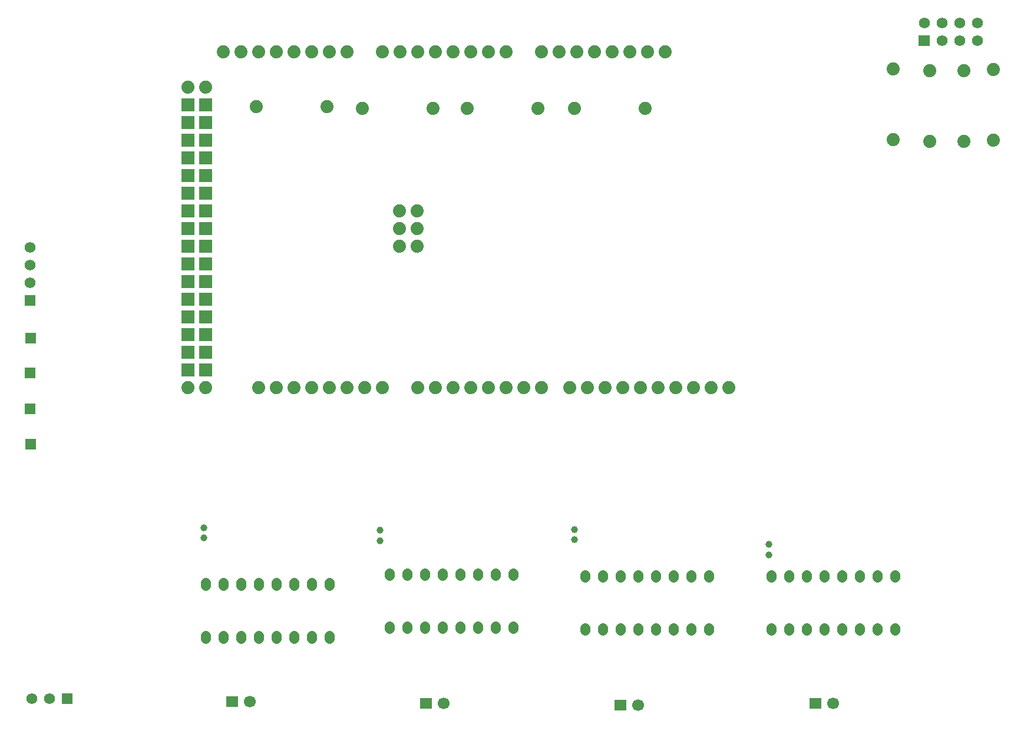
<source format=gbl>
G04 Layer: BottomLayer*
G04 EasyEDA v6.5.1, 2022-05-03 13:15:28*
G04 Gerber Generator version 0.2*
G04 Scale: 100 percent, Rotated: No, Reflected: No *
G04 Dimensions in millimeters *
G04 leading zeros omitted , absolute positions ,4 integer and 5 decimal *
%FSLAX45Y45*%
%MOMM*%

%ADD15C,1.8796*%
%ADD16R,1.8796X1.8796*%
%ADD17C,1.0000*%
%ADD18R,1.5748X1.5748*%
%ADD19C,1.5748*%
%ADD21C,1.7000*%
%ADD22C,1.4600*%

%LPD*%
D15*
G01*
X6464300Y7531100D03*
G01*
X6210300Y7531100D03*
G01*
X5956300Y7531100D03*
G01*
X5702300Y7531100D03*
G01*
X5448300Y7531100D03*
G01*
X5194300Y7531100D03*
G01*
X4940300Y7531100D03*
G01*
X6718300Y7531100D03*
G01*
X6972300Y2705100D03*
G01*
X6718300Y2705100D03*
G01*
X6464300Y2705100D03*
G01*
X6210300Y2705100D03*
G01*
X5956300Y2705100D03*
G01*
X5702300Y2705100D03*
G01*
X5448300Y2705100D03*
G01*
X7226300Y2705100D03*
G01*
X8750300Y7531100D03*
G01*
X8496300Y7531100D03*
G01*
X8242300Y7531100D03*
G01*
X7988300Y7531100D03*
G01*
X7734300Y7531100D03*
G01*
X7480300Y7531100D03*
G01*
X7226300Y7531100D03*
G01*
X9004300Y7531100D03*
G01*
X9258300Y2705100D03*
G01*
X9004300Y2705100D03*
G01*
X8750300Y2705100D03*
G01*
X8496300Y2705100D03*
G01*
X8242300Y2705100D03*
G01*
X7988300Y2705100D03*
G01*
X7734300Y2705100D03*
G01*
X9512300Y2705100D03*
G01*
X11442700Y2705100D03*
G01*
X11188700Y2705100D03*
G01*
X10934700Y2705100D03*
G01*
X10680700Y2705100D03*
G01*
X10426700Y2705100D03*
G01*
X10172700Y2705100D03*
G01*
X9918700Y2705100D03*
G01*
X11696700Y2705100D03*
D16*
G01*
X4432300Y4737100D03*
G01*
X4686300Y4737100D03*
G01*
X4432300Y4483100D03*
G01*
X4686300Y4483100D03*
G01*
X4432300Y4229100D03*
G01*
X4686300Y4229100D03*
G01*
X4432300Y3975100D03*
G01*
X4686300Y3975100D03*
G01*
X4432300Y3721100D03*
G01*
X4686300Y3721100D03*
G01*
X4432300Y3467100D03*
G01*
X4686300Y3467100D03*
G01*
X4432300Y3213100D03*
G01*
X4686300Y3213100D03*
G01*
X4432300Y2959100D03*
G01*
X4686300Y2959100D03*
G01*
X4432300Y6769100D03*
G01*
X4686300Y6769100D03*
G01*
X4432300Y6515100D03*
G01*
X4686300Y6515100D03*
G01*
X4432300Y6261100D03*
G01*
X4686300Y6261100D03*
G01*
X4432300Y6007100D03*
G01*
X4686300Y6007100D03*
G01*
X4432300Y5753100D03*
G01*
X4686300Y5753100D03*
G01*
X4432300Y5499100D03*
G01*
X4686300Y5499100D03*
G01*
X4432300Y5245100D03*
G01*
X4686300Y5245100D03*
G01*
X4432300Y4991100D03*
G01*
X4686300Y4991100D03*
D15*
G01*
X4686300Y7023100D03*
G01*
X4432300Y7023100D03*
G01*
X4686300Y2705100D03*
G01*
X4432300Y2705100D03*
G01*
X10782300Y7531100D03*
G01*
X10528300Y7531100D03*
G01*
X10274300Y7531100D03*
G01*
X10020300Y7531100D03*
G01*
X9766300Y7531100D03*
G01*
X9512300Y7531100D03*
G01*
X11950700Y2705100D03*
G01*
X12204700Y2705100D03*
G01*
X11290300Y7531100D03*
G01*
X11036300Y7531100D03*
G01*
X7721600Y4737100D03*
G01*
X7467600Y4737100D03*
G01*
X7721600Y4991100D03*
G01*
X7467600Y4991100D03*
G01*
X7721600Y5245100D03*
G01*
X7467600Y5245100D03*
D17*
G01*
X9982200Y671956D03*
G01*
X9982200Y521843D03*
G01*
X7188200Y659256D03*
G01*
X7188200Y509143D03*
G01*
X4660900Y697356D03*
G01*
X4660900Y547243D03*
G01*
X12776200Y456056D03*
G01*
X12776200Y305943D03*
D18*
G01*
X2159000Y3962400D03*
D19*
G01*
X2159000Y4216400D03*
G01*
X2159000Y4470400D03*
G01*
X2159000Y4724400D03*
G36*
X13364301Y-1750060D02*
G01*
X13534301Y-1750060D01*
X13534301Y-1907539D01*
X13364301Y-1907539D01*
G37*
D21*
G01*
X13703300Y-1828800D03*
G36*
X10557601Y-1775460D02*
G01*
X10727601Y-1775460D01*
X10727601Y-1932939D01*
X10557601Y-1932939D01*
G37*
G01*
X10896600Y-1854200D03*
G36*
X4982301Y-1724660D02*
G01*
X5152301Y-1724660D01*
X5152301Y-1882139D01*
X4982301Y-1882139D01*
G37*
G01*
X5321300Y-1803400D03*
G36*
X7763601Y-1750060D02*
G01*
X7933601Y-1750060D01*
X7933601Y-1907539D01*
X7763601Y-1907539D01*
G37*
G01*
X8102600Y-1828800D03*
D18*
G01*
X2171700Y1892300D03*
G01*
X2159000Y2400300D03*
G01*
X2159000Y2921000D03*
G01*
X2171700Y3416300D03*
G36*
X14932659Y7774939D02*
G01*
X15090140Y7774939D01*
X15090140Y7617460D01*
X14932659Y7617460D01*
G37*
D19*
G01*
X15011400Y7950200D03*
G01*
X15265400Y7696200D03*
G01*
X15265400Y7950200D03*
G01*
X15519400Y7696200D03*
G01*
X15519400Y7950200D03*
G01*
X15773400Y7696200D03*
G01*
X15773400Y7950200D03*
G01*
X2184400Y-1765300D03*
G01*
X2438400Y-1765300D03*
D18*
G01*
X2692400Y-1765300D03*
D15*
G01*
X9982200Y6718300D03*
G01*
X10998200Y6718300D03*
G01*
X8445500Y6718300D03*
G01*
X9461500Y6718300D03*
G01*
X6934200Y6718300D03*
G01*
X7950200Y6718300D03*
G01*
X5410200Y6743700D03*
G01*
X6426200Y6743700D03*
G01*
X16002000Y6261100D03*
G01*
X16002000Y7277100D03*
G01*
X15582900Y6248400D03*
G01*
X15582900Y7264400D03*
G01*
X15087600Y6248400D03*
G01*
X15087600Y7264400D03*
G01*
X14566900Y6273800D03*
G01*
X14566900Y7289800D03*
D22*
X14592300Y-18249D02*
G01*
X14592300Y18249D01*
X14338300Y-18249D02*
G01*
X14338300Y18249D01*
X14084300Y-18249D02*
G01*
X14084300Y18249D01*
X13830300Y-18249D02*
G01*
X13830300Y18249D01*
X13576300Y-18249D02*
G01*
X13576300Y18249D01*
X13322300Y-18249D02*
G01*
X13322300Y18249D01*
X13068300Y-18249D02*
G01*
X13068300Y18249D01*
X12814300Y-18249D02*
G01*
X12814300Y18249D01*
X14592300Y-780249D02*
G01*
X14592300Y-743750D01*
X14338300Y-780249D02*
G01*
X14338300Y-743750D01*
X14084300Y-780249D02*
G01*
X14084300Y-743750D01*
X13830300Y-780249D02*
G01*
X13830300Y-743750D01*
X13576300Y-780249D02*
G01*
X13576300Y-743750D01*
X13322300Y-780249D02*
G01*
X13322300Y-743750D01*
X13068300Y-780249D02*
G01*
X13068300Y-743750D01*
X12814300Y-780249D02*
G01*
X12814300Y-743750D01*
X11912600Y-18249D02*
G01*
X11912600Y18249D01*
X11658600Y-18249D02*
G01*
X11658600Y18249D01*
X11404600Y-18249D02*
G01*
X11404600Y18249D01*
X11150600Y-18249D02*
G01*
X11150600Y18249D01*
X10896600Y-18249D02*
G01*
X10896600Y18249D01*
X10642600Y-18249D02*
G01*
X10642600Y18249D01*
X10388600Y-18249D02*
G01*
X10388600Y18249D01*
X10134600Y-18249D02*
G01*
X10134600Y18249D01*
X11912600Y-780249D02*
G01*
X11912600Y-743750D01*
X11658600Y-780249D02*
G01*
X11658600Y-743750D01*
X11404600Y-780249D02*
G01*
X11404600Y-743750D01*
X11150600Y-780249D02*
G01*
X11150600Y-743750D01*
X10896600Y-780249D02*
G01*
X10896600Y-743750D01*
X10642600Y-780249D02*
G01*
X10642600Y-743750D01*
X10388600Y-780249D02*
G01*
X10388600Y-743750D01*
X10134600Y-780249D02*
G01*
X10134600Y-743750D01*
X6464300Y-132549D02*
G01*
X6464300Y-96050D01*
X6210300Y-132549D02*
G01*
X6210300Y-96050D01*
X5956300Y-132549D02*
G01*
X5956300Y-96050D01*
X5702300Y-132549D02*
G01*
X5702300Y-96050D01*
X5448300Y-132549D02*
G01*
X5448300Y-96050D01*
X5194300Y-132549D02*
G01*
X5194300Y-96050D01*
X4940300Y-132549D02*
G01*
X4940300Y-96050D01*
X4686300Y-132549D02*
G01*
X4686300Y-96050D01*
X6464300Y-894549D02*
G01*
X6464300Y-858050D01*
X6210300Y-894549D02*
G01*
X6210300Y-858050D01*
X5956300Y-894549D02*
G01*
X5956300Y-858050D01*
X5702300Y-894549D02*
G01*
X5702300Y-858050D01*
X5448300Y-894549D02*
G01*
X5448300Y-858050D01*
X5194300Y-894549D02*
G01*
X5194300Y-858050D01*
X4940300Y-894549D02*
G01*
X4940300Y-858050D01*
X4686300Y-894549D02*
G01*
X4686300Y-858050D01*
X9105900Y7150D02*
G01*
X9105900Y43649D01*
X8851900Y7150D02*
G01*
X8851900Y43649D01*
X8597900Y7150D02*
G01*
X8597900Y43649D01*
X8343900Y7150D02*
G01*
X8343900Y43649D01*
X8089900Y7150D02*
G01*
X8089900Y43649D01*
X7835900Y7150D02*
G01*
X7835900Y43649D01*
X7581900Y7150D02*
G01*
X7581900Y43649D01*
X7327900Y7150D02*
G01*
X7327900Y43649D01*
X9105900Y-754849D02*
G01*
X9105900Y-718350D01*
X8851900Y-754849D02*
G01*
X8851900Y-718350D01*
X8597900Y-754849D02*
G01*
X8597900Y-718350D01*
X8343900Y-754849D02*
G01*
X8343900Y-718350D01*
X8089900Y-754849D02*
G01*
X8089900Y-718350D01*
X7835900Y-754849D02*
G01*
X7835900Y-718350D01*
X7581900Y-754849D02*
G01*
X7581900Y-718350D01*
X7327900Y-754849D02*
G01*
X7327900Y-718350D01*
M02*

</source>
